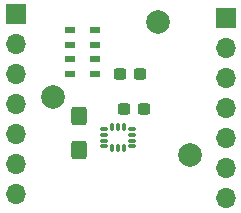
<source format=gbr>
%TF.GenerationSoftware,KiCad,Pcbnew,9.0.0*%
%TF.CreationDate,2025-04-04T04:48:51-04:00*%
%TF.ProjectId,IMU,494d552e-6b69-4636-9164-5f7063625858,rev?*%
%TF.SameCoordinates,Original*%
%TF.FileFunction,Soldermask,Top*%
%TF.FilePolarity,Negative*%
%FSLAX46Y46*%
G04 Gerber Fmt 4.6, Leading zero omitted, Abs format (unit mm)*
G04 Created by KiCad (PCBNEW 9.0.0) date 2025-04-04 04:48:51*
%MOMM*%
%LPD*%
G01*
G04 APERTURE LIST*
G04 Aperture macros list*
%AMRoundRect*
0 Rectangle with rounded corners*
0 $1 Rounding radius*
0 $2 $3 $4 $5 $6 $7 $8 $9 X,Y pos of 4 corners*
0 Add a 4 corners polygon primitive as box body*
4,1,4,$2,$3,$4,$5,$6,$7,$8,$9,$2,$3,0*
0 Add four circle primitives for the rounded corners*
1,1,$1+$1,$2,$3*
1,1,$1+$1,$4,$5*
1,1,$1+$1,$6,$7*
1,1,$1+$1,$8,$9*
0 Add four rect primitives between the rounded corners*
20,1,$1+$1,$2,$3,$4,$5,0*
20,1,$1+$1,$4,$5,$6,$7,0*
20,1,$1+$1,$6,$7,$8,$9,0*
20,1,$1+$1,$8,$9,$2,$3,0*%
G04 Aperture macros list end*
%ADD10C,2.000000*%
%ADD11RoundRect,0.250000X-0.425000X0.537500X-0.425000X-0.537500X0.425000X-0.537500X0.425000X0.537500X0*%
%ADD12RoundRect,0.087500X0.225000X0.087500X-0.225000X0.087500X-0.225000X-0.087500X0.225000X-0.087500X0*%
%ADD13RoundRect,0.087500X0.087500X0.225000X-0.087500X0.225000X-0.087500X-0.225000X0.087500X-0.225000X0*%
%ADD14RoundRect,0.237500X-0.300000X-0.237500X0.300000X-0.237500X0.300000X0.237500X-0.300000X0.237500X0*%
%ADD15R,0.950000X0.550000*%
%ADD16R,1.700000X1.700000*%
%ADD17O,1.700000X1.700000*%
G04 APERTURE END LIST*
D10*
%TO.C,FID1*%
X138694000Y-102976000D03*
%TD*%
%TO.C,FID2*%
X136027000Y-91673000D03*
%TD*%
D11*
%TO.C,C2*%
X129312500Y-99654500D03*
X129312500Y-102529500D03*
%TD*%
D12*
%TO.C,U2*%
X133777000Y-102214000D03*
X133777000Y-101714000D03*
X133777000Y-101214000D03*
X133777000Y-100714000D03*
D13*
X133114500Y-100551500D03*
X132614500Y-100551500D03*
X132114500Y-100551500D03*
D12*
X131452000Y-100714000D03*
X131452000Y-101214000D03*
X131452000Y-101714000D03*
X131452000Y-102214000D03*
D13*
X132114500Y-102376500D03*
X132614500Y-102376500D03*
X133114500Y-102376500D03*
%TD*%
D14*
%TO.C,C3*%
X133132500Y-99039000D03*
X134857500Y-99039000D03*
%TD*%
D10*
%TO.C,FID3*%
X127137000Y-98023000D03*
%TD*%
D14*
%TO.C,C1*%
X132751500Y-96118000D03*
X134476500Y-96118000D03*
%TD*%
D15*
%TO.C,U1*%
X130693000Y-96098000D03*
X130693000Y-94848000D03*
X130693000Y-93598000D03*
X130693000Y-92348000D03*
X128543000Y-92348000D03*
X128543000Y-93598000D03*
X128543000Y-94848000D03*
X128543000Y-96098000D03*
%TD*%
D16*
%TO.C,J2*%
X123962000Y-91038000D03*
D17*
X123962000Y-93578000D03*
X123962000Y-96118000D03*
X123962000Y-98658000D03*
X123962000Y-101198000D03*
X123962000Y-103738000D03*
X123962000Y-106278000D03*
%TD*%
D16*
%TO.C,J1*%
X141742000Y-91328000D03*
D17*
X141742000Y-93868000D03*
X141742000Y-96408000D03*
X141742000Y-98948000D03*
X141742000Y-101488000D03*
X141742000Y-104028000D03*
X141742000Y-106568000D03*
%TD*%
M02*

</source>
